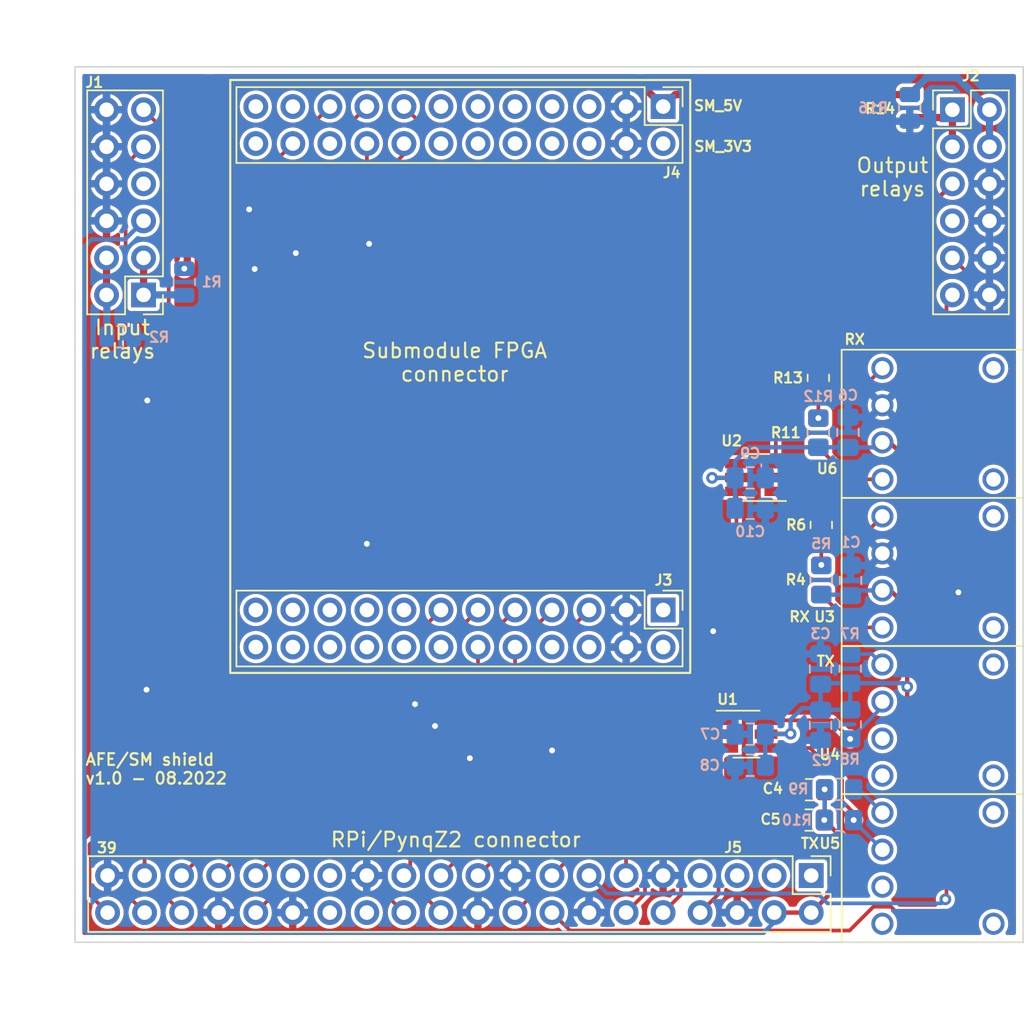
<source format=kicad_pcb>
(kicad_pcb (version 20211014) (generator pcbnew)
  (layers (0 "F.Cu" signal) (31 "B.Cu" signal) (34 "B.Paste" user) (35 "F.Paste" user) (36 "B.SilkS" user "B.Silkscreen") (37 "F.SilkS" user "F.Silkscreen") (38 "B.Mask" user) (39 "F.Mask" user) (44 "Edge.Cuts" user))
  (net 0 "")
  (net 1 "GND")
  (net 2 "+5V")
  (net 3 "VDC")
  (net 4 "GND1")
  (net 6 "/RL2_in")
  (net 7 "/RL1_in")
  (net 9 "/RL2_out")
  (net 10 "/RL1_out")
  (net 11 "+3V3A")
  (net 12 "+5VA")
  (net 15 "/RPIO_19")
  (net 16 "/RPIO_26")
  (net 17 "/RPIO_11")
  (net 18 "/RPIO_09")
  (net 19 "/RPIO_10")
  (net 41 "/I1_SD")
  (net 42 "/I1_~CS")
  (net 43 "/I1_CLK")
  (net 48 "+3V3")
  (net 56 "/EXT_~CS")
  (net 57 "/EXT_CLK")
  (net 58 "/EXT_SD1")
  (net 59 "/EXT_SD2")
  (net 60 "Net-(R4-Pad1)")
  (net 61 "Net-(R4-Pad2)")
  (net 62 "/EXT_SD1_f")
  (net 63 "Net-(R7-Pad1)")
  (net 64 "/EXT_~CS_f")
  (net 65 "Net-(R9-Pad1)")
  (net 66 "/EXT_CLK_f")
  (net 67 "Net-(R11-Pad1)")
  (net 68 "Net-(R11-Pad2)")
  (net 69 "/EXT_SD2_f")
  (net 82 "/RPIO_22")
  (net 83 "/RPIO_24")
  (net 84 "/RPIO_25")
  (net 85 "/RPIO_08")
  (net 86 "/RPIO_16")
  (net 89 "VCC")
  (net 90 "GND2")
  (footprint "Resistor_SMD:R_0805_2012Metric_Pad1.20x1.40mm_HandSolder" (layer "F.Cu") (at 110.871 39.8526 -90)
    (fp_text reference "R13")
    (fp_text value "47R")
  )
  (footprint "CL_Fiber_Optic:HFBR-2521Z" (layer "F.Cu") (at 118.5672 43.0022 -90)
    (fp_text reference "U6")
    (fp_text value "HFBR-2521Z")
  )
  (footprint "CL_Fiber_Optic:HFBR-1521Z" (layer "F.Cu") (at 118.5672 73.4822 -90)
    (fp_text reference "U5")
    (fp_text value "HFBR-1521Z")
  )
  (footprint "CL_Fiber_Optic:HFBR-1521Z" (layer "F.Cu") (at 118.5672 63.3222 -90)
    (fp_text reference "U4")
    (fp_text value "HFBR-1521Z")
  )
  (footprint "Resistor_SMD:R_0805_2012Metric_Pad1.20x1.40mm_HandSolder" (layer "F.Cu") (at 111.0742 53.705 -90)
    (fp_text reference "R4")
    (fp_text value "0R")
  )
  (footprint "Package_TO_SOT_SMD:SOT-23-6_Handsoldering" (layer "F.Cu") (at 105.9395 64.2874)
    (fp_text reference "U1")
    (fp_text value "Dual_Buffer")
  )
  (footprint "Package_TO_SOT_SMD:SOT-23-6_Handsoldering" (layer "F.Cu") (at 106.6038 46.6852 180)
    (fp_text reference "U2")
    (fp_text value "Dual_Buffer")
  )
  (footprint "Resistor_SMD:R_0805_2012Metric_Pad1.20x1.40mm_HandSolder" (layer "F.Cu") (at 111.0742 49.9364 -90)
    (fp_text reference "R6")
    (fp_text value "47R")
  )
  (footprint "Connector_PinHeader_2.54mm:PinHeader_2x12_P2.54mm_Vertical" (layer "F.Cu") (at 100.2284 55.7734 -90)
    (fp_text reference "J3")
    (fp_text value "Conn_02x12_Odd_Even")
  )
  (footprint "Resistor_SMD:R_0805_2012Metric_Pad1.20x1.40mm_HandSolder" (layer "F.Cu") (at 110.871 43.6118 -90)
    (fp_text reference "R11")
    (fp_text value "0R")
  )
  (footprint "Connector_PinHeader_2.54mm:PinHeader_2x06_P2.54mm_Vertical" (layer "F.Cu") (at 120.0658 21.463)
    (fp_text reference "J2")
    (fp_text value "Conn_02x06_Odd_Even")
  )
  (footprint "Capacitor_SMD:C_0805_2012Metric_Pad1.18x1.45mm_HandSolder" (layer "F.Cu") (at 110.2399 70.1802)
    (fp_text reference "C5")
    (fp_text value "1uF")
  )
  (footprint "CL_Fiber_Optic:HFBR-2521Z" (layer "F.Cu") (at 118.5672 53.1622 -90)
    (fp_text reference "U3")
    (fp_text value "HFBR-2521Z")
  )
  (footprint "Connector_PinHeader_2.54mm:PinHeader_2x12_P2.54mm_Vertical" (layer "F.Cu") (at 100.2284 21.243 -90)
    (fp_text reference "J4")
    (fp_text value "Conn_02x12_Odd_Even")
  )
  (footprint "Connector_PinHeader_2.54mm:PinHeader_2x20_P2.54mm_Vertical" (layer "F.Cu") (at 110.3834 73.9852 -90)
    (fp_text reference "J5")
    (fp_text value "Conn_02x20_Odd_Even")
  )
  (footprint "Resistor_SMD:R_0805_2012Metric" (layer "F.Cu") (at 117.1448 21.336 90)
    (fp_text reference "R14")
    (fp_text value "0R")
  )
  (footprint "Capacitor_SMD:C_0805_2012Metric_Pad1.18x1.45mm_HandSolder" (layer "F.Cu") (at 110.2653 68.0974)
    (fp_text reference "C4")
    (fp_text value "100nF")
  )
  (footprint "Connector_PinHeader_2.54mm:PinHeader_2x06_P2.54mm_Vertical" (layer "F.Cu") (at 64.5922 34.163 180)
    (fp_text reference "J1")
    (fp_text value "Conn_02x06_Odd_Even")
  )
  (footprint "Resistor_SMD:R_0805_2012Metric" (layer "B.Cu") (at 62.992 37.0332 180)
    (fp_text reference "R2")
    (fp_text value "0R")
  )
  (footprint "Resistor_SMD:R_0805_2012Metric_Pad1.20x1.40mm_HandSolder" (layer "B.Cu") (at 113.0554 63.6176 90)
    (fp_text reference "R8")
    (fp_text value "2k")
  )
  (footprint "Capacitor_SMD:C_0805_2012Metric_Pad1.18x1.45mm_HandSolder" (layer "B.Cu") (at 112.903 43.5864 -90)
    (fp_text reference "C6")
    (fp_text value "100nF")
  )
  (footprint "Resistor_SMD:R_0805_2012Metric" (layer "B.Cu") (at 67.3862 33.274 90)
    (fp_text reference "R1")
    (fp_text value "0R")
  )
  (footprint "Resistor_SMD:R_0805_2012Metric_Pad1.20x1.40mm_HandSolder" (layer "B.Cu") (at 111.0742 53.721 -90)
    (fp_text reference "R5")
    (fp_text value "DNP")
  )
  (footprint "Capacitor_SMD:C_0805_2012Metric_Pad1.18x1.45mm_HandSolder" (layer "B.Cu") (at 111.0234 63.6778 90)
    (fp_text reference "C2")
    (fp_text value "100nF")
  )
  (footprint "Capacitor_SMD:C_0805_2012Metric_Pad1.18x1.45mm_HandSolder" (layer "B.Cu") (at 106.1974 46.7106 180)
    (fp_text reference "C9")
    (fp_text value "100nF")
  )
  (footprint "Resistor_SMD:R_0805_2012Metric_Pad1.20x1.40mm_HandSolder" (layer "B.Cu") (at 113.0554 59.7916 -90)
    (fp_text reference "R7")
    (fp_text value "220R")
  )
  (footprint "Resistor_SMD:R_0805_2012Metric_Pad1.20x1.40mm_HandSolder" (layer "B.Cu") (at 112.2934 70.1802 180)
    (fp_text reference "R10")
    (fp_text value "2k")
  )
  (footprint "Resistor_SMD:R_0805_2012Metric_Pad1.20x1.40mm_HandSolder" (layer "B.Cu") (at 112.3028 68.072 180)
    (fp_text reference "R9")
    (fp_text value "220R")
  )
  (footprint "Capacitor_SMD:C_0805_2012Metric_Pad1.18x1.45mm_HandSolder" (layer "B.Cu") (at 113.0808 53.7464 -90)
    (fp_text reference "C1")
    (fp_text value "100nF")
  )
  (footprint "Capacitor_SMD:C_0805_2012Metric_Pad1.18x1.45mm_HandSolder" (layer "B.Cu") (at 111.0234 59.817 -90)
    (fp_text reference "C3")
    (fp_text value "1uF")
  )
  (footprint "Resistor_SMD:R_0805_2012Metric" (layer "B.Cu") (at 117.1448 21.336 90)
    (fp_text reference "R16")
    (fp_text value "0R")
  )
  (footprint "Capacitor_SMD:C_0805_2012Metric_Pad1.18x1.45mm_HandSolder" (layer "B.Cu") (at 106.1935 64.2874)
    (fp_text reference "C7")
    (fp_text value "100nF")
  )
  (footprint "Capacitor_SMD:C_0805_2012Metric_Pad1.18x1.45mm_HandSolder" (layer "B.Cu") (at 106.1974 48.7934 180)
    (fp_text reference "C10")
    (fp_text value "1uF")
  )
  (footprint "Resistor_SMD:R_0805_2012Metric_Pad1.20x1.40mm_HandSolder" (layer "B.Cu") (at 110.871 43.6118 -90)
    (fp_text reference "R12")
    (fp_text value "DNP")
  )
  (footprint "Capacitor_SMD:C_0805_2012Metric_Pad1.18x1.45mm_HandSolder" (layer "B.Cu") (at 106.1935 66.421)
    (fp_text reference "C8")
    (fp_text value "1uF")
  )
  (gr_rect (start 70.5358 19.4222) (end 102.0826 60.0876) (layer "F.SilkS") (width 0.15) (fill none))
  (gr_rect (start 124.9172 78.5622) (end 59.8932 18.5166) (layer "Edge.Cuts") (width 0.1) (fill none))
  (gr_text "39" (at 62.0776 72.0852) (layer "F.SilkS") (effects (font (size 0.7 0.7))))
  (gr_text "TX" (at 111.379 59.2836) (layer "F.SilkS") (effects (font (size 0.7 0.7))))
  (gr_text "SM_5V" (at 103.9876 21.1836) (layer "F.SilkS") (effects (font (size 0.7 0.7))))
  (gr_text "TX" (at 110.2868 71.7804) (layer "F.SilkS") (effects (font (size 0.7 0.7))))
  (gr_text "Submodule FPGA\nconnector" (at 85.9282 38.7858) (layer "F.SilkS") (effects (font (size 1 1))))
  (gr_text "Input\nrelays" (at 63.1444 37.211) (layer "F.SilkS") (effects (font (size 1 1))))
  (gr_text "RX" (at 113.3602 37.211) (layer "F.SilkS") (effects (font (size 0.7 0.7))))
  (gr_text "AFE/SM shield\nv1.0 - 08.2022" (at 60.5282 66.675) (layer "F.SilkS") (effects (font (size 0.8 0.8)) (justify left)))
  (gr_text "Output\nrelays" (at 115.951 26.0858) (layer "F.SilkS") (effects (font (size 1 1))))
  (gr_text "SM_3V3" (at 104.3432 23.9776) (layer "F.SilkS") (effects (font (size 0.7 0.7))))
  (gr_text "RPi/PynqZ2 connector" (at 86.0044 71.5264) (layer "F.SilkS") (effects (font (size 1 1))))
  (gr_text "RX" (at 109.5756 56.2356) (layer "F.SilkS") (effects (font (size 0.7 0.7))))
  (via (at 92.6084 65.405) (size 0.8) (drill 0.4) (layers "F.Cu" "B.Cu") (net 1))
  (via (at 86.9696 65.9384) (size 0.8) (drill 0.4) (layers "F.Cu" "B.Cu") (net 1))
  (via (at 64.8462 41.402) (size 0.8) (drill 0.4) (layers "F.Cu" "B.Cu") (net 1))
  (via (at 64.7954 61.2394) (size 0.8) (drill 0.4) (layers "F.Cu" "B.Cu") (net 1))
  (via (at 120.475647 54.560088) (size 0.8) (drill 0.4) (layers "F.Cu" "B.Cu") (net 1))
  (via (at 103.6574 57.2262) (size 0.8) (drill 0.4) (layers "F.Cu" "B.Cu") (net 1))
  (via (at 83.2104 62.23) (size 0.8) (drill 0.4) (layers "F.Cu" "B.Cu") (net 1))
  (via (at 75.0316 31.2928) (size 0.8) (drill 0.4) (layers "F.Cu" "B.Cu") (net 1))
  (via (at 72.2122 32.385) (size 0.8) (drill 0.4) (layers "F.Cu" "B.Cu") (net 1))
  (via (at 84.582 63.7286) (size 0.8) (drill 0.4) (layers "F.Cu" "B.Cu") (net 1))
  (via (at 71.8312 28.2956) (size 0.8) (drill 0.4) (layers "F.Cu" "B.Cu") (net 1))
  (via (at 79.9084 51.2318) (size 0.8) (drill 0.4) (layers "F.Cu" "B.Cu") (net 1))
  (via (at 80.0608 30.6578) (size 0.8) (drill 0.4) (layers "F.Cu" "B.Cu") (net 1))
  (segment (start 116.967 72.7456) (end 116.967 61.0362) (width 0.3) (layer "F.Cu") (net 2))
  (segment (start 113.1012 73.8074) (end 113.3248 73.5838) (width 0.3) (layer "F.Cu") (net 2))
  (segment (start 111.3028 70.1548) (end 111.2774 70.1802) (width 0.3) (layer "F.Cu") (net 2))
  (segment (start 113.1012 73.8074) (end 113.1012 72.004) (width 0.3) (layer "F.Cu") (net 2))
  (segment (start 115.7732 44.2722) (end 115.2652 44.2722) (width 0.3) (layer "F.Cu") (net 2))
  (segment (start 111.3028 68.0974) (end 111.3028 70.1548) (width 0.3) (layer "F.Cu") (net 2))
  (segment (start 103.5812 46.7106) (end 105.2284 46.7106) (width 0.3) (layer "F.Cu") (net 2))
  (segment (start 116.1288 73.5838) (end 116.967 72.7456) (width 0.3) (layer "F.Cu") (net 2))
  (segment (start 110.3834 76.5252) (end 107.8434 76.5252) (width 0.3) (layer "F.Cu") (net 2))
  (segment (start 107.3149 64.262) (end 107.2895 64.2874) (width 0.3) (layer "F.Cu") (net 2))
  (segment (start 115.2652 54.4322) (end 115.824 54.4322) (width 0.3) (layer "F.Cu") (net 2))
  (segment (start 116.967 55.5752) (end 116.967 45.466) (width 0.3) (layer "F.Cu") (net 2))
  (segment (start 113.1012 72.004) (end 111.2774 70.1802) (width 0.3) (layer "F.Cu") (net 2))
  (segment (start 116.967 61.0362) (end 116.967 55.5752) (width 0.3) (layer "F.Cu") (net 2))
  (segment (start 116.967 45.466) (end 115.7732 44.2722) (width 0.3) (layer "F.Cu") (net 2))
  (segment (start 105.2284 46.7106) (end 105.2538 46.6852) (width 0.3) (layer "F.Cu") (net 2))
  (segment (start 108.966 64.262) (end 107.3149 64.262) (width 0.3) (layer "F.Cu") (net 2))
  (segment (start 116.967 45.466) (end 116.967 29.6418) (width 0.3) (layer "F.Cu") (net 2))
  (segment (start 113.3248 73.5838) (end 116.1288 73.5838) (width 0.3) (layer "F.Cu") (net 2))
  (segment (start 110.3834 76.5252) (end 113.1012 73.8074) (width 0.3) (layer "F.Cu") (net 2))
  (segment (start 116.967 29.6418) (end 120.0658 26.543) (width 0.3) (layer "F.Cu") (net 2))
  (segment (start 115.824 54.4322) (end 116.967 55.5752) (width 0.3) (layer "F.Cu") (net 2))
  (via (at 108.966 64.262) (size 0.8) (drill 0.4) (layers "F.Cu" "B.Cu") (net 2))
  (via (at 111.2774 70.1802) (size 0.8) (drill 0.4) (layers "F.Cu" "B.Cu") (net 2))
  (via (at 103.5812 46.7106) (size 0.8) (drill 0.4) (layers "F.Cu" "B.Cu") (net 2))
  (via (at 116.967 61.0362) (size 0.8) (drill 0.4) (layers "F.Cu" "B.Cu") (net 2))
  (via (at 111.3028 68.072) (size 0.8) (drill 0.4) (layers "F.Cu" "B.Cu") (net 2))
  (segment (start 108.9406 64.2874) (end 108.966 64.262) (width 0.3) (layer "B.Cu") (net 2))
  (segment (start 112.903 44.6239) (end 114.9135 44.6239) (width 0.3) (layer "B.Cu") (net 2))
  (segment (start 111.3028 68.072) (end 111.3028 70.1708) (width 0.3) (layer "B.Cu") (net 2))
  (segment (start 113.0554 62.6176) (end 111.0461 62.6176) (width 0.3) (layer "B.Cu") (net 2))
  (segment (start 110.871 44.6118) (end 112.8909 44.6118) (width 0.3) (layer "B.Cu") (net 2))
  (segment (start 111.0742 54.721) (end 113.0179 54.721) (width 0.3) (layer "B.Cu") (net 2))
  (segment (start 105.1599 46.7106) (end 103.5812 46.7106) (width 0.3) (layer "B.Cu") (net 2))
  (segment (start 110.8925 62.5094) (end 111.0234 62.6403) (width 0.3) (layer "B.Cu") (net 2))
  (segment (start 60.5432 77.739) (end 60.7164 77.9122) (width 0.3) (layer "B.Cu") (net 2))
  (segment (start 107.231 66.421) (end 107.231 64.2874) (width 0.3) (layer "B.Cu") (net 2))
  (segment (start 108.966 64.262) (end 108.966 63.2968) (width 0.3) (layer "B.Cu") (net 2))
  (segment (start 113.0554 60.7916) (end 111.0863 60.7916) (width 0.3) (layer "B.Cu") (net 2))
  (segment (start 116.7224 60.7916) (end 116.967 61.0362) (width 0.3) (layer "B.Cu") (net 2))
  (segment (start 112.8909 44.6118) (end 112.903 44.6239) (width 0.3) (layer "B.Cu") (net 2))
  (segment (start 111.0234 60.8545) (end 111.0234 62.6403) (width 0.3) (layer "B.Cu") (net 2))
  (segment (start 111.0863 60.7916) (end 111.0234 60.8545) (width 0.3) (layer "B.Cu") (net 2))
  (segment (start 61.0362 30.353) (end 60.5432 30.846) (width 0.3) (layer "B.Cu") (net 2))
  (segment (start 107.1118 77.9122) (end 107.8434 77.1806) (width 0.3) (layer "B.Cu") (net 2))
  (segment (start 111.0461 62.6176) (end 111.0234 62.6403) (width 0.3) (layer "B.Cu") (net 2))
  (segment (start 107.8434 77.1806) (end 107.8434 76.5252) (width 0.3) (layer "B.Cu") (net 2))
  (segment (start 105.1599 48.7934) (end 105.1599 46.7106) (width 0.3) (layer "B.Cu") (net 2))
  (segment (start 113.4325 54.4322) (end 113.0808 54.7839) (width 0.3) (layer "B.Cu") (net 2))
  (segment (start 111.3028 70.1708) (end 111.2934 70.1802) (width 0.3) (layer "B.Cu") (net 2))
  (segment (start 107.231 64.2874) (end 108.9406 64.2874) (width 0.3) (layer "B.Cu") (net 2))
  (segment (start 110.871 44.6118) (end 106.1118 44.6118) (width 0.3) (layer "B.Cu") (net 2))
  (segment (start 114.9135 44.6239) (end 115.2652 44.2722) (width 0.3) (layer "B.Cu") (net 2))
  (segment (start 113.0179 54.721) (end 113.0808 54.7839) (width 0.3) (layer "B.Cu") (net 2))
  (segment (start 113.0554 60.7916) (end 116.7224 60.7916) (width 0.3) (layer "B.Cu") (net 2))
  (segment (start 63.3222 30.353) (end 61.0362 30.353) (width 0.3) (layer "B.Cu") (net 2))
  (segment (start 109.7534 62.5094) (end 110.8925 62.5094) (width 0.3) (layer "B.Cu") (net 2))
  (segment (start 115.2652 54.4322) (end 113.4325 54.4322) (width 0.3) (layer "B.Cu") (net 2))
  (segment (start 106.1118 44.6118) (end 105.1599 45.5637) (width 0.3) (layer "B.Cu") (net 2))
  (segment (start 64.5922 29.083) (end 63.3222 30.353) (width 0.3) (layer "B.Cu") (net 2))
  (segment (start 108.966 63.2968) (end 109.7534 62.5094) (width 0.3) (layer "B.Cu") (net 2))
  (segment (start 60.5432 30.846) (end 60.5432 77.739) (width 0.3) (layer "B.Cu") (net 2))
  (segment (start 113.0554 60.7916) (end 113.0554 62.6176) (width 0.3) (layer "B.Cu") (net 2))
  (segment (start 60.7164 77.9122) (end 107.1118 77.9122) (width 0.3) (layer "B.Cu") (net 2))
  (segment (start 105.1599 45.5637) (end 105.1599 46.7106) (width 0.3) (layer "B.Cu") (net 2))
  (segment (start 64.5922 34.163) (end 64.5922 31.623) (width 0.5) (layer "F.Cu") (net 3))
  (segment (start 67.3627 34.163) (end 67.3862 34.1865) (width 0.5) (layer "B.Cu") (net 3))
  (segment (start 64.5922 34.163) (end 67.3627 34.163) (width 0.5) (layer "B.Cu") (net 3))
  (segment (start 62.0522 34.163) (end 62.0522 31.623) (width 0.5) (layer "F.Cu") (net 4))
  (segment (start 62.0795 37.0332) (end 62.0795 34.1903) (width 0.5) (layer "B.Cu") (net 4))
  (segment (start 62.0795 34.1903) (end 62.0522 34.163) (width 0.5) (layer "B.Cu") (net 4))
  (segment (start 60.8838 71.8566) (end 60.8838 75.2856) (width 0.254) (layer "F.Cu") (net 6))
  (segment (start 63.3612 69.3792) (end 60.8838 71.8566) (width 0.254) (layer "F.Cu") (net 6))
  (segment (start 60.8838 75.2856) (end 62.1234 76.5252) (width 0.254) (layer "F.Cu") (net 6))
  (segment (start 63.3612 25.234) (end 63.3612 69.3792) (width 0.254) (layer "F.Cu") (net 6))
  (segment (start 64.5922 24.003) (end 63.3612 25.234) (width 0.254) (layer "F.Cu") (net 6))
  (segment (start 64.6634 76.5252) (end 63.4324 75.2942) (width 0.254) (layer "F.Cu") (net 7))
  (segment (start 66.3194 23.1902) (end 64.5922 21.463) (width 0.254) (layer "F.Cu") (net 7))
  (segment (start 66.3194 68.3006) (end 66.3194 23.1902) (width 0.254) (layer "F.Cu") (net 7))
  (segment (start 63.4324 71.1876) (end 66.3194 68.3006) (width 0.254) (layer "F.Cu") (net 7))
  (segment (start 63.4324 75.2942) (end 63.4324 71.1876) (width 0.254) (layer "F.Cu") (net 7))
  (segment (start 121.340008 32.888793) (end 121.331593 32.888793) (width 0.254) (layer "F.Cu") (net 9))
  (segment (start 120.4722 76.5048) (end 121.340008 75.636992) (width 0.254) (layer "F.Cu") (net 9))
  (segment (start 93.8344 77.7562) (end 113.0114 77.7562) (width 0.254) (layer "F.Cu") (net 9))
  (segment (start 121.340008 75.636992) (end 121.340008 32.888793) (width 0.254) (layer "F.Cu") (net 9))
  (segment (start 115.8494 76.1238) (end 116.2304 76.5048) (width 0.254) (layer "F.Cu") (net 9))
  (segment (start 114.6438 76.1238) (end 115.8494 76.1238) (width 0.254) (layer "F.Cu") (net 9))
  (segment (start 92.6034 76.5252) (end 93.8344 77.7562) (width 0.254) (layer "F.Cu") (net 9))
  (segment (start 113.0114 77.7562) (end 114.6438 76.1238) (width 0.254) (layer "F.Cu") (net 9))
  (segment (start 121.331593 32.888793) (end 120.0658 31.623) (width 0.254) (layer "F.Cu") (net 9))
  (segment (start 116.2304 76.5048) (end 120.4722 76.5048) (width 0.254) (layer "F.Cu") (net 9))
  (segment (start 120.0658 34.163) (end 119.6594 34.5694) (width 0.254) (layer "F.Cu") (net 10))
  (segment (start 119.6594 75.5396) (end 119.5832 75.6158) (width 0.254) (layer "F.Cu") (net 10))
  (segment (start 119.6594 34.5694) (end 119.6594 75.5396) (width 0.254) (layer "F.Cu") (net 10))
  (via (at 119.5832 75.6158) (size 0.8) (drill 0.4) (layers "F.Cu" "B.Cu") (net 10))
  (segment (start 119.3083 75.8907) (end 111.489797 75.8907) (width 0.254) (layer "B.Cu") (net 10))
  (segment (start 111.489797 75.8907) (end 110.815297 75.2162) (width 0.254) (layer "B.Cu") (net 10))
  (segment (start 119.5832 75.6158) (end 119.3083 75.8907) (width 0.254) (layer "B.Cu") (net 10))
  (segment (start 96.3744 75.2162) (end 95.1434 73.9852) (width 0.254) (layer "B.Cu") (net 10))
  (segment (start 110.815297 75.2162) (end 96.3744 75.2162) (width 0.254) (layer "B.Cu") (net 10))
  (segment (start 98.252 19.2666) (end 69.5318 19.2666) (width 0.5) (layer "F.Cu") (net 12))
  (segment (start 69.5318 19.2666) (end 67.5894 21.209) (width 0.5) (layer "F.Cu") (net 12))
  (segment (start 117.1448 20.4235) (end 101.0479 20.4235) (width 0.5) (layer "F.Cu") (net 12))
  (segment (start 67.5894 21.209) (end 67.5894 32.1583) (width 0.5) (layer "F.Cu") (net 12))
  (segment (start 67.5894 32.1583) (end 67.3862 32.3615) (width 0.5) (layer "F.Cu") (net 12))
  (segment (start 100.2284 21.243) (end 98.252 19.2666) (width 0.5) (layer "F.Cu") (net 12))
  (segment (start 101.0479 20.4235) (end 100.2284 21.243) (width 0.5) (layer "F.Cu") (net 12))
  (via (at 67.3862 32.3615) (size 0.8) (drill 0.4) (layers "F.Cu" "B.Cu") (net 12))
  (segment (start 67.2034 73.9852) (end 71.6026 69.586) (width 0.254) (layer "F.Cu") (net 15))
  (segment (start 73.5974 29.6028) (end 78.642607 24.557593) (width 0.254) (layer "F.Cu") (net 15))
  (segment (start 71.6026 60.740097) (end 73.5974 58.745297) (width 0.254) (layer "F.Cu") (net 15))
  (segment (start 78.642607 22.508793) (end 79.9084 21.243) (width 0.254) (layer "F.Cu") (net 15))
  (segment (start 73.5974 58.745297) (end 73.5974 29.6028) (width 0.254) (layer "F.Cu") (net 15))
  (segment (start 78.642607 24.557593) (end 78.642607 22.508793) (width 0.254) (layer "F.Cu") (net 15))
  (segment (start 71.6026 69.586) (end 71.6026 60.740097) (width 0.254) (layer "F.Cu") (net 15))
  (segment (start 64.6634 73.9852) (end 64.6634 71.9886) (width 0.254) (layer "F.Cu") (net 16))
  (segment (start 69.0372 29.5742) (end 74.8284 23.783) (width 0.254) (layer "F.Cu") (net 16))
  (segment (start 69.0372 67.6148) (end 69.0372 29.5742) (width 0.254) (layer "F.Cu") (net 16))
  (segment (start 64.6634 71.9886) (end 69.0372 67.6148) (width 0.254) (layer "F.Cu") (net 16))
  (segment (start 86.2974 57.0044) (end 86.2974 60.794) (width 0.254) (layer "F.Cu") (net 17))
  (segment (start 86.2974 60.794) (end 82.8802 64.2112) (width 0.254) (layer "F.Cu") (net 17))
  (segment (start 82.8802 64.2112) (end 82.8802 73.5484) (width 0.254) (layer "F.Cu") (net 17))
  (segment (start 82.8802 73.5484) (end 82.4434 73.9852) (width 0.254) (layer "F.Cu") (net 17))
  (segment (start 87.5284 55.7734) (end 86.2974 57.0044) (width 0.254) (layer "F.Cu") (net 17))
  (segment (start 88.802607 57.039193) (end 88.802607 70.165993) (width 0.254) (layer "F.Cu") (net 18))
  (segment (start 90.0684 55.7734) (end 88.802607 57.039193) (width 0.254) (layer "F.Cu") (net 18))
  (segment (start 88.802607 70.165993) (end 84.9834 73.9852) (width 0.254) (layer "F.Cu") (net 18))
  (segment (start 90.0684 58.3134) (end 90.0684 71.4402) (width 0.254) (layer "F.Cu") (net 19))
  (segment (start 90.0684 71.4402) (end 87.5234 73.9852) (width 0.254) (layer "F.Cu") (net 19))
  (segment (start 81.1394 58.901297) (end 78.5944 61.446297) (width 0.254) (layer "F.Cu") (net 41))
  (segment (start 78.5944 61.446297) (end 78.5944 74.7454) (width 0.254) (layer "F.Cu") (net 41))
  (segment (start 82.4484 21.243) (end 83.693 22.4876) (width 0.254) (layer "F.Cu") (net 41))
  (segment (start 83.693 22.4876) (end 83.693 25.3492) (width 0.254) (layer "F.Cu") (net 41))
  (segment (start 83.693 25.3492) (end 81.1394 27.9028) (width 0.254) (layer "F.Cu") (net 41))
  (segment (start 73.5738 75.2348) (end 72.2834 76.5252) (width 0.254) (layer "F.Cu") (net 41))
  (segment (start 78.5944 74.7454) (end 78.105 75.2348) (width 0.254) (layer "F.Cu") (net 41))
  (segment (start 81.1394 27.9028) (end 81.1394 58.901297) (width 0.254) (layer "F.Cu") (net 41))
  (segment (start 78.105 75.2348) (end 73.5738 75.2348) (width 0.254) (layer "F.Cu") (net 41))
  (segment (start 78.6638 28.2956) (end 82.4484 24.511) (width 0.254) (layer "F.Cu") (net 42))
  (segment (start 72.2834 73.9852) (end 76.1374 70.1312) (width 0.254) (layer "F.Cu") (net 42))
  (segment (start 82.4484 24.511) (end 82.4484 23.783) (width 0.254) (layer "F.Cu") (net 42))
  (segment (start 76.1374 70.1312) (end 76.1374 62.092815) (width 0.254) (layer "F.Cu") (net 42))
  (segment (start 78.6638 59.566415) (end 78.6638 28.2956) (width 0.254) (layer "F.Cu") (net 42))
  (segment (start 76.1374 62.092815) (end 78.6638 59.566415) (width 0.254) (layer "F.Cu") (net 42))
  (segment (start 79.9084 25.0444) (end 79.9084 23.783) (width 0.254) (layer "F.Cu") (net 43))
  (segment (start 73.6092 70.1194) (end 73.6092 61.273497) (width 0.254) (layer "F.Cu") (net 43))
  (segment (start 69.7434 73.9852) (end 73.6092 70.1194) (width 0.254) (layer "F.Cu") (net 43))
  (segment (start 76.1238 28.829) (end 79.9084 25.0444) (width 0.254) (layer "F.Cu") (net 43))
  (segment (start 73.6092 61.273497) (end 76.1238 58.758897) (width 0.254) (layer "F.Cu") (net 43))
  (segment (start 76.1238 58.758897) (end 76.1238 28.829) (width 0.254) (layer "F.Cu") (net 43))
  (segment (start 101.4544 65.4744) (end 103.5914 63.3374) (width 0.254) (layer "F.Cu") (net 56))
  (segment (start 100.2234 76.5252) (end 101.4544 75.2942) (width 0.254) (layer "F.Cu") (net 56))
  (segment (start 101.4544 75.2942) (end 101.4544 65.4744) (width 0.254) (layer "F.Cu") (net 56))
  (segment (start 103.5914 63.3374) (end 104.5895 63.3374) (width 0.254) (layer "F.Cu") (net 56))
  (segment (start 104.029193 75.259407) (end 104.029193 65.797707) (width 0.254) (layer "F.Cu") (net 57))
  (segment (start 102.7634 76.5252) (end 104.029193 75.259407) (width 0.254) (layer "F.Cu") (net 57))
  (segment (start 104.029193 65.797707) (end 104.5895 65.2374) (width 0.254) (layer "F.Cu") (net 57))
  (segment (start 98.9838 66.7258) (end 105.2538 60.4558) (width 0.254) (layer "F.Cu") (net 58))
  (segment (start 105.2538 60.4558) (end 105.2538 47.6352) (width 0.254) (layer "F.Cu") (net 58))
  (segment (start 98.9838 75.2248) (end 98.9838 66.7258) (width 0.254) (layer "F.Cu") (net 58))
  (segment (start 97.6834 76.5252) (end 98.9838 75.2248) (width 0.254) (layer "F.Cu") (net 58))
  (segment (start 102.4128 61.2306) (end 97.6834 65.96) (width 0.254) (layer "F.Cu") (net 59))
  (segment (start 102.4128 46.4566) (end 102.4128 61.2306) (width 0.254) (layer "F.Cu") (net 59))
  (segment (start 105.2538 45.7352) (end 103.1342 45.7352) (width 0.254) (layer "F.Cu") (net 59))
  (segment (start 103.1342 45.7352) (end 102.4128 46.4566) (width 0.254) (layer "F.Cu") (net 59))
  (segment (start 97.6834 65.96) (end 97.6834 73.9852) (width 0.254) (layer "F.Cu") (net 59))
  (segment (start 115.2652 49.3522) (end 113.681 50.9364) (width 0.254) (layer "F.Cu") (net 60))
  (segment (start 113.681 50.9364) (end 111.0742 50.9364) (width 0.254) (layer "F.Cu") (net 60))
  (segment (start 111.0742 52.705) (end 111.0742 52.6796) (width 0.254) (layer "F.Cu") (net 60))
  (segment (start 111.0742 52.6796) (end 111.0742 50.9364) (width 0.254) (layer "F.Cu") (net 60))
  (via (at 111.0742 52.6796) (size 0.8) (drill 0.4) (layers "F.Cu" "B.Cu") (net 60))
  (segment (start 113.3414 56.9722) (end 111.0742 54.705) (width 0.254) (layer "F.Cu") (net 61))
  (segment (start 115.2652 56.9722) (end 113.3414 56.9722) (width 0.254) (layer "F.Cu") (net 61))
  (segment (start 109.773 47.6352) (end 111.0742 48.9364) (width 0.254) (layer "F.Cu") (net 62))
  (segment (start 107.9538 47.6352) (end 109.773 47.6352) (width 0.254) (layer "F.Cu") (net 62))
  (segment (start 113.0554 58.7916) (end 114.5446 58.7916) (width 0.254) (layer "B.Cu") (net 63))
  (segment (start 114.5446 58.7916) (end 115.2652 59.5122) (width 0.254) (layer "B.Cu") (net 63))
  (segment (start 107.2895 63.3374) (end 111.7752 63.3374) (width 0.254) (layer "F.Cu") (net 64))
  (segment (start 111.7752 63.3374) (end 113.0554 64.6176) (width 0.254) (layer "F.Cu") (net 64))
  (via (at 113.0554 64.6176) (size 0.8) (drill 0.4) (layers "F.Cu" "B.Cu") (net 64))
  (segment (start 113.0554 64.6176) (end 115.2652 62.4078) (width 0.254) (layer "B.Cu") (net 64))
  (segment (start 115.2652 62.4078) (end 115.2652 62.0522) (width 0.254) (layer "B.Cu") (net 64))
  (segment (start 113.665 68.072) (end 115.2652 69.6722) (width 0.254) (layer "B.Cu") (net 65))
  (segment (start 113.3028 68.072) (end 113.665 68.072) (width 0.254) (layer "B.Cu") (net 65))
  (segment (start 107.2895 65.2374) (end 110.297 65.2374) (width 0.254) (layer "F.Cu") (net 66))
  (segment (start 110.297 65.2374) (end 112.4966 67.437) (width 0.254) (layer "F.Cu") (net 66))
  (segment (start 113.2934 69.6816) (end 113.2934 70.1802) (width 0.254) (layer "F.Cu") (net 66))
  (segment (start 112.4966 68.8848) (end 113.2934 69.6816) (width 0.254) (layer "F.Cu") (net 66))
  (segment (start 112.4966 67.437) (end 112.4966 68.8848) (width 0.254) (layer "F.Cu") (net 66))
  (via (at 113.2934 70.1802) (size 0.8) (drill 0.4) (layers "F.Cu" "B.Cu") (net 66))
  (segment (start 113.2934 70.1802) (end 113.2934 70.2404) (width 0.254) (layer "B.Cu") (net 66))
  (segment (start 113.2934 70.2404) (end 115.2652 72.2122) (width 0.254) (layer "B.Cu") (net 66))
  (segment (start 110.871 40.8526) (end 110.871 42.6118) (width 0.254) (layer "F.Cu") (net 67))
  (segment (start 110.871 40.8526) (end 113.6048 40.8526) (width 0.254) (layer "F.Cu") (net 67))
  (segment (start 113.6048 40.8526) (end 115.2652 39.1922) (width 0.254) (layer "F.Cu") (net 67))
  (via (at 110.871 42.6118) (size 0.8) (drill 0.4) (layers "F.Cu" "B.Cu") (net 67))
  (segment (start 113.0714 46.8122) (end 115.2652 46.8122) (width 0.254) (layer "F.Cu") (net 68))
  (segment (start 110.871 44.6118) (end 113.0714 46.8122) (width 0.254) (layer "F.Cu") (net 68))
  (segment (start 107.9538 41.7698) (end 110.871 38.8526) (width 0.254) (layer "F.Cu") (net 69))
  (segment (start 107.9538 45.7352) (end 107.9538 41.7698) (width 0.254) (layer "F.Cu") (net 69))
  (segment (start 93.882607 57.039193) (end 93.882607 72.705993) (width 0.254) (layer "F.Cu") (net 82))
  (segment (start 93.882607 72.705993) (end 92.6034 73.9852) (width 0.254) (layer "F.Cu") (net 82))
  (segment (start 95.1484 55.7734) (end 93.882607 57.039193) (width 0.254) (layer "F.Cu") (net 82))
  (segment (start 91.4146 56.9672) (end 91.4146 57.7342) (width 0.254) (layer "F.Cu") (net 83))
  (segment (start 91.4146 57.7342) (end 91.338213 57.810587) (width 0.254) (layer "F.Cu") (net 83))
  (segment (start 91.338213 75.250387) (end 90.0634 76.5252) (width 0.254) (layer "F.Cu") (net 83))
  (segment (start 92.6084 55.7734) (end 91.4146 56.9672) (width 0.254) (layer "F.Cu") (net 83))
  (segment (start 91.338213 57.810587) (end 91.338213 75.250387) (width 0.254) (layer "F.Cu") (net 83))
  (segment (start 84.6074 72.620303) (end 83.7524 73.475303) (width 0.254) (layer "F.Cu") (net 84))
  (segment (start 87.5284 62.4332) (end 84.6074 65.3542) (width 0.254) (layer "F.Cu") (net 84))
  (segment (start 87.5284 58.3134) (end 87.5284 62.4332) (width 0.254) (layer "F.Cu") (net 84))
  (segment (start 83.7524 73.475303) (end 83.7524 75.2942) (width 0.254) (layer "F.Cu") (net 84))
  (segment (start 83.7524 75.2942) (end 84.9834 76.5252) (width 0.254) (layer "F.Cu") (net 84))
  (segment (start 84.6074 65.3542) (end 84.6074 72.620303) (width 0.254) (layer "F.Cu") (net 84))
  (segment (start 83.6794 57.0824) (end 83.6794 60.2878) (width 0.254) (layer "F.Cu") (net 85))
  (segment (start 84.9884 55.7734) (end 83.6794 57.0824) (width 0.254) (layer "F.Cu") (net 85))
  (segment (start 81.2124 75.2942) (end 82.4434 76.5252) (width 0.254) (layer "F.Cu") (net 85))
  (segment (start 83.6794 60.2878) (end 81.2124 62.7548) (width 0.254) (layer "F.Cu") (net 85))
  (segment (start 81.2124 62.7548) (end 81.2124 75.2942) (width 0.254) (layer "F.Cu") (net 85))
  (segment (start 65.972292 72.838708) (end 70.4596 68.3514) (width 0.254) (layer "F.Cu") (net 86))
  (segment (start 70.4596 68.3514) (end 70.4596 61.164677) (width 0.254) (layer "F.Cu") (net 86))
  (segment (start 67.2034 76.5252) (end 65.980707 75.302507) (width 0.254) (layer "F.Cu") (net 86))
  (segment (start 76.0594 25.439) (end 76.0594 22.552) (width 0.254) (layer "F.Cu") (net 86))
  (segment (start 76.0594 22.552) (end 77.3684 21.243) (width 0.254) (layer "F.Cu") (net 86))
  (segment (start 65.972292 75.302507) (end 65.972292 72.838708) (width 0.254) (layer "F.Cu") (net 86))
  (segment (start 70.4596 61.164677) (end 70.485 61.139277) (width 0.254) (layer "F.Cu") (net 86))
  (segment (start 65.980707 75.302507) (end 65.972292 75.302507) (width 0.254) (layer "F.Cu") (net 86))
  (segment (start 70.485 31.0134) (end 76.0594 25.439) (width 0.254) (layer "F.Cu") (net 86))
  (segment (start 70.485 61.139277) (end 70.485 31.0134) (width 0.254) (layer "F.Cu") (net 86))
  (segment (start 117.3969 21.9964) (end 119.5324 21.9964) (width 0.5) (layer "F.Cu") (net 89))
  (segment (start 117.1448 22.2485) (end 117.3969 21.9964) (width 0.5) (layer "F.Cu") (net 89))
  (segment (start 120.0658 24.003) (end 120.0658 21.463) (width 0.5) (layer "F.Cu") (net 89))
  (segment (start 119.5324 21.9964) (end 120.0658 21.463) (width 0.5) (layer "F.Cu") (net 89))
  (segment (start 120.4094 19.2666) (end 122.6058 21.463) (width 0.5) (layer "B.Cu") (net 90))
  (segment (start 118.3017 19.2666) (end 120.4094 19.2666) (width 0.5) (layer "B.Cu") (net 90))
  (segment (start 122.6058 21.463) (end 122.6058 24.003) (width 0.5) (layer "B.Cu") (net 90))
  (segment (start 117.1448 20.4235) (end 118.3017 19.2666) (width 0.5) (layer "B.Cu") (net 90))
  (zone (net 1) (net_name "GND") (layers F&B.Cu) (connect_pads (clearance 0.254)) (min_thickness 0.254) (fill yes (thermal_gap 0.254) (thermal_bridge_width 0.508))
    (polygon (pts (xy 124.9172 18.542) (xy 124.9172 78.5622) (xy 59.8932 78.5622) (xy 59.8932 18.5166)))
  )
)
</source>
